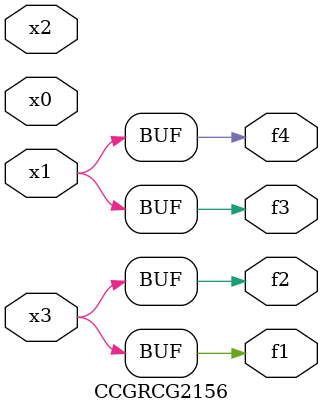
<source format=v>
module CCGRCG2156(
	input x0, x1, x2, x3,
	output f1, f2, f3, f4
);
	assign f1 = x3;
	assign f2 = x3;
	assign f3 = x1;
	assign f4 = x1;
endmodule

</source>
